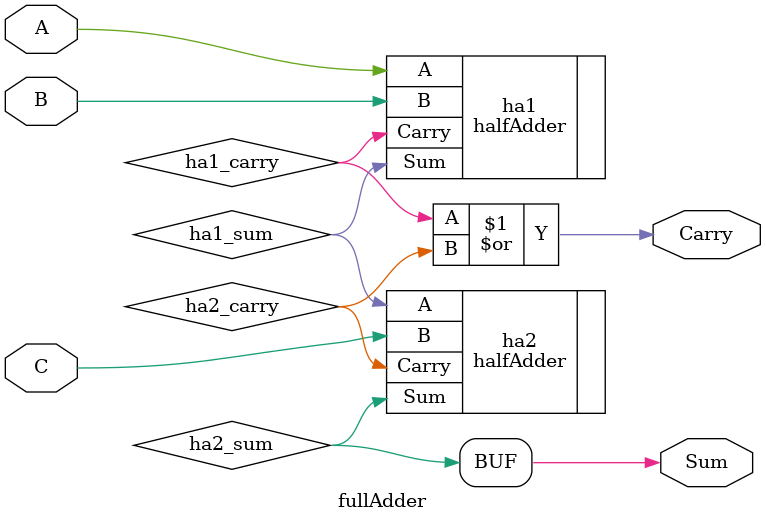
<source format=v>
module fullAdder(A,B,C,Sum,Carry);
    //declare Input Ports
    input A;
    input B;
    input C;
    //declare Output Ports
    output Sum;
    output Carry;
     //Internal variables
    wire ha1_sum;
    wire ha2_sum;
    wire ha1_carry;
    wire ha2_carry;
    wire Sum;
    wire Carry;

     //Instantiate the halfAdder1
    halfAdder  ha1(
        .A(A),
        .B(B),
        .Sum(ha1_sum),
        .Carry(ha1_carry)
    );
    
    //Instantiate the halfAdder2
    halfAdder  ha2(
        .A(ha1_sum),
        .B(C),
        .Sum(ha2_sum),
        .Carry(ha2_carry)
    );

    assign Sum = ha2_sum;  
    assign Carry = ha1_carry | ha2_carry;
    
endmodule

</source>
